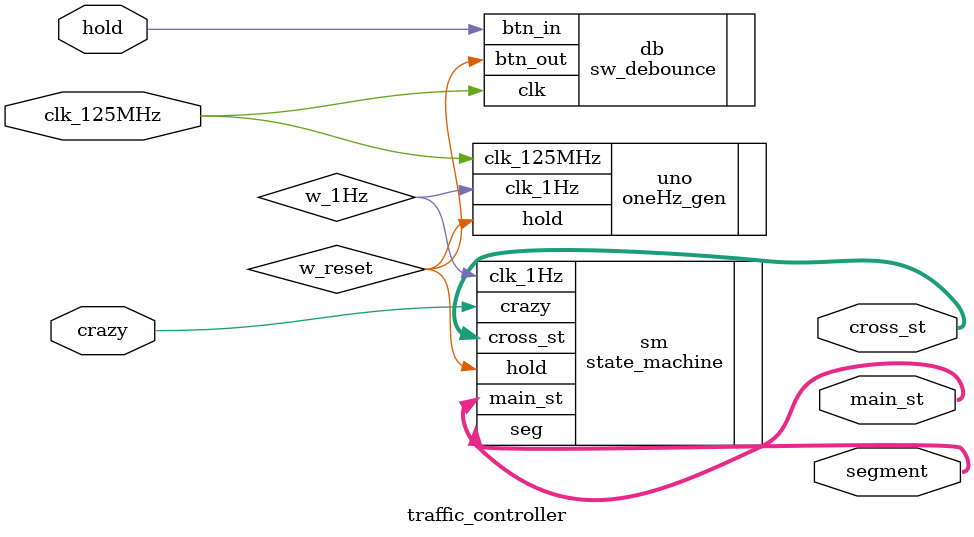
<source format=v>
`timescale 1ns / 1ps

module traffic_controller(
    input hold,
    input crazy,            // button
    input clk_125MHz,       
    output [2:0] main_st,   // LEDs
    output [2:0] cross_st,   // LEDs
    output  [6:0] segment
    );
    wire w_1Hz, w_reset;
    
    state_machine sm(.hold(w_reset), .clk_1Hz(w_1Hz),.crazy(crazy), 
                     .main_st(main_st), .cross_st(cross_st),.seg(segment));
    oneHz_gen uno(.clk_125MHz(clk_125MHz), .hold(w_reset), .clk_1Hz(w_1Hz));
    sw_debounce db(.clk(clk_125MHz), .btn_in(hold), .btn_out(w_reset) );
    
endmodule
</source>
